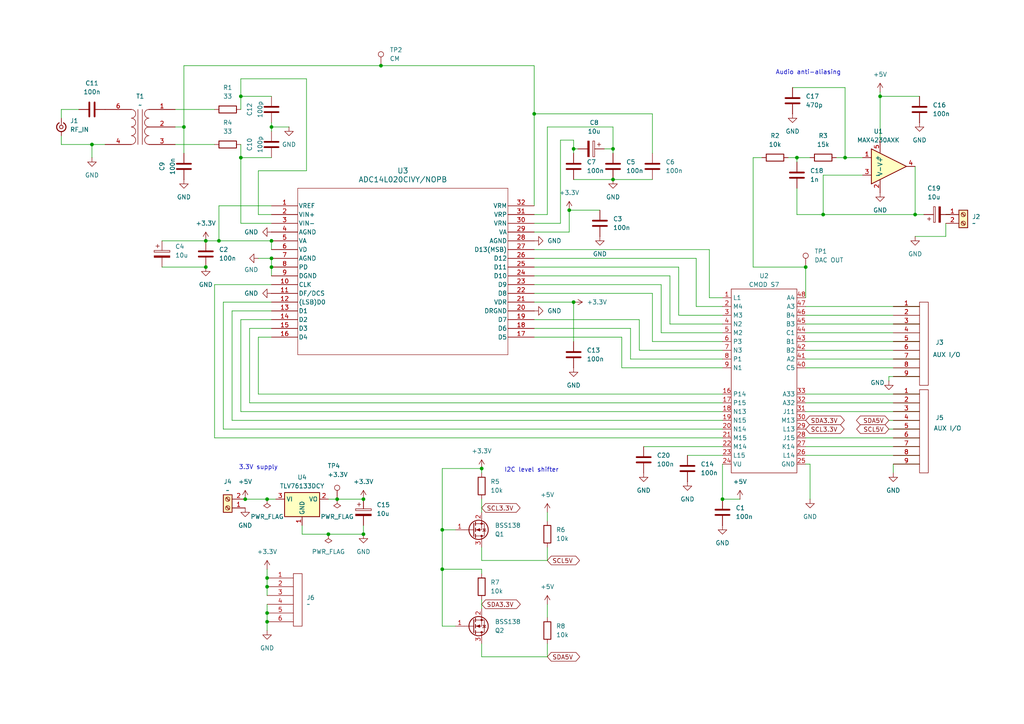
<source format=kicad_sch>
(kicad_sch (version 20231120) (generator "eeschema") (generator_version "8.0")
  (paper "A4")
  (lib_symbols
    (symbol "Connector:Conn_Coaxial_Small" (pin_numbers hide) (pin_names (offset 1.016) hide)
      (property "Reference" "J" (at 0.254 3.048 0))
      (property "Value" "Conn_Coaxial_Small" (at 0 -3.81 0))
      (symbol "Conn_Coaxial_Small_0_1"
        (polyline (pts (xy -2.54 0) (xy -0.508 0)))
        (circle (center 0 0) (radius 0.508) (stroke (width 0.2032)))
      )
      (symbol "Conn_Coaxial_Small_1_1"
        (arc (start -1.1916 -0.6311) (mid 0.327 -1.3081) (end 1.3484 0.0039) (stroke (width 0.3048)))
        (arc (start 1.3484 -0.0039) (mid 0.327 1.3081) (end -1.1916 0.6311) (stroke (width 0.3048)))
        (pin passive line (at -2.54 0 0) (length 1.27) (name "In") (number "1"))
        (pin passive line (at 2.54 0 180) (length 1.27) (name "Ext") (number "2"))
      )
    )
    (symbol "Connector:Screw_Terminal_01x02" (pin_names (offset 1.016) hide)
      (property "Reference" "J" (at 0 2.54 0))
      (property "Value" "Screw_Terminal_01x02" (at 0 -5.08 0))
      (symbol "Screw_Terminal_01x02_1_1"
        (rectangle (start -1.27 1.27) (end 1.27 -3.81) (stroke (width 0.254)) (fill (type background)))
        (circle (center 0 -2.54) (radius 0.635) (stroke (width 0.1524)))
        (polyline (pts (xy -0.5334 -2.2098) (xy 0.3302 -3.048)) (stroke (width 0.1524)))
        (polyline (pts (xy -0.5334 0.3302) (xy 0.3302 -0.508)) (stroke (width 0.1524)))
        (polyline (pts (xy -0.3556 -2.032) (xy 0.508 -2.8702)) (stroke (width 0.1524)))
        (polyline (pts (xy -0.3556 0.508) (xy 0.508 -0.3302)) (stroke (width 0.1524)))
        (circle (center 0 0) (radius 0.635) (stroke (width 0.1524)))
        (pin passive line (at -5.08 0 0) (length 3.81) (name "Pin_1") (number "1"))
        (pin passive line (at -5.08 -2.54 0) (length 3.81) (name "Pin_2") (number "2"))
      )
    )
    (symbol "Connector:TestPoint" (pin_numbers hide) (pin_names (offset 0.762) hide)
      (property "Reference" "TP" (at 0 6.858 0))
      (property "Value" "TestPoint" (at 0 5.08 0))
      (symbol "TestPoint_0_1"
        (circle (center 0 3.302) (radius 0.762))
      )
      (symbol "TestPoint_1_1"
        (pin passive line (at 0 0 90) (length 2.54) (name "1") (number "1"))
      )
    )
    (symbol "Custom_Symbols:ADC14L020CIVY_NOPB" (pin_names (offset 0.254))
      (property "Reference" "U" (at 38.1 10.16 0))
      (property "Value" "ADC14L020CIVY/NOPB" (at 38.1 7.62 0))
      (symbol "ADC14L020CIVY_NOPB_0_1"
        (polyline (pts (xy 7.62 -43.18) (xy 68.58 -43.18)) (stroke (width 0.127)))
        (polyline (pts (xy 7.62 5.08) (xy 7.62 -43.18)) (stroke (width 0.127)))
        (polyline (pts (xy 68.58 -43.18) (xy 68.58 5.08)) (stroke (width 0.127)))
        (polyline (pts (xy 68.58 5.08) (xy 7.62 5.08)) (stroke (width 0.127)))
        (pin passive line (at 0 0 0) (length 7.62) (name "VREF") (number "1"))
        (pin passive line (at 0 -22.86 0) (length 7.62) (name "CLK") (number "10"))
        (pin passive line (at 0 -25.4 0) (length 7.62) (name "DF/DCS") (number "11"))
        (pin passive line (at 0 -27.94 0) (length 7.62) (name "(LSB)D0") (number "12"))
        (pin output line (at 0 -30.48 0) (length 7.62) (name "D1") (number "13"))
        (pin output line (at 0 -33.02 0) (length 7.62) (name "D2") (number "14"))
        (pin output line (at 0 -35.56 0) (length 7.62) (name "D3") (number "15"))
        (pin output line (at 0 -38.1 0) (length 7.62) (name "D4") (number "16"))
        (pin output line (at 76.2 -38.1 180) (length 7.62) (name "D5") (number "17"))
        (pin output line (at 76.2 -35.56 180) (length 7.62) (name "D6") (number "18"))
        (pin output line (at 76.2 -33.02 180) (length 7.62) (name "D7") (number "19"))
        (pin input line (at 0 -2.54 0) (length 7.62) (name "VIN+") (number "2"))
        (pin passive line (at 76.2 -30.48 180) (length 7.62) (name "DRGND") (number "20"))
        (pin passive line (at 76.2 -27.94 180) (length 7.62) (name "VDR") (number "21"))
        (pin output line (at 76.2 -25.4 180) (length 7.62) (name "D8") (number "22"))
        (pin output line (at 76.2 -22.86 180) (length 7.62) (name "D9") (number "23"))
        (pin output line (at 76.2 -20.32 180) (length 7.62) (name "D10") (number "24"))
        (pin output line (at 76.2 -17.78 180) (length 7.62) (name "D11") (number "25"))
        (pin output line (at 76.2 -15.24 180) (length 7.62) (name "D12") (number "26"))
        (pin output line (at 76.2 -12.7 180) (length 7.62) (name "D13(MSB)") (number "27"))
        (pin passive line (at 76.2 -10.16 180) (length 7.62) (name "AGND") (number "28"))
        (pin passive line (at 76.2 -7.62 180) (length 7.62) (name "VA") (number "29"))
        (pin input line (at 0 -5.08 0) (length 7.62) (name "VIN-") (number "3"))
        (pin passive line (at 76.2 -5.08 180) (length 7.62) (name "VRN") (number "30"))
        (pin passive line (at 76.2 -2.54 180) (length 7.62) (name "VRP") (number "31"))
        (pin passive line (at 76.2 0 180) (length 7.62) (name "VRM") (number "32"))
        (pin passive line (at 0 -7.62 0) (length 7.62) (name "AGND") (number "4"))
        (pin passive line (at 0 -10.16 0) (length 7.62) (name "VA") (number "5"))
        (pin passive line (at 0 -12.7 0) (length 7.62) (name "VD") (number "6"))
        (pin passive line (at 0 -15.24 0) (length 7.62) (name "AGND") (number "7"))
        (pin passive line (at 0 -17.78 0) (length 7.62) (name "PD") (number "8"))
        (pin passive line (at 0 -20.32 0) (length 7.62) (name "DGND") (number "9"))
      )
    )
    (symbol "Custom_Symbols:CMod_S7"
      (property "Reference" "U" (at 0 0 0))
      (property "Value" "CMOD S7" (at -0.254 25.4 0))
      (symbol "CMod_S7_0_1"
        (rectangle (start -10.16 24.13) (end 8.89 -29.21))
      )
      (symbol "CMod_S7_1_1"
        (pin bidirectional line (at -12.7 21.59 0) (length 2.54) (name "L1") (number "1"))
        (pin bidirectional line (at -12.7 -6.35 0) (length 2.54) (name "P14") (number "16"))
        (pin bidirectional line (at -12.7 -8.89 0) (length 2.54) (name "P15") (number "17"))
        (pin bidirectional line (at -12.7 -11.43 0) (length 2.54) (name "N13") (number "18"))
        (pin bidirectional line (at -12.7 -13.97 0) (length 2.54) (name "N15") (number "19"))
        (pin bidirectional line (at -12.7 19.05 0) (length 2.54) (name "M4") (number "2"))
        (pin bidirectional line (at -12.7 -16.51 0) (length 2.54) (name "N14") (number "20"))
        (pin bidirectional line (at -12.7 -19.05 0) (length 2.54) (name "M15") (number "21"))
        (pin bidirectional line (at -12.7 -21.59 0) (length 2.54) (name "M14") (number "22"))
        (pin bidirectional line (at -12.7 -24.13 0) (length 2.54) (name "L15") (number "23"))
        (pin input line (at -12.7 -26.67 0) (length 2.54) (name "VU") (number "24"))
        (pin input line (at 11.43 -26.67 180) (length 2.54) (name "GND") (number "25"))
        (pin bidirectional line (at 11.43 -24.13 180) (length 2.54) (name "L14") (number "26"))
        (pin bidirectional line (at 11.43 -21.59 180) (length 2.54) (name "K14") (number "27"))
        (pin bidirectional line (at 11.43 -19.05 180) (length 2.54) (name "J15") (number "28"))
        (pin bidirectional line (at 11.43 -16.51 180) (length 2.54) (name "L13") (number "29"))
        (pin bidirectional line (at -12.7 16.51 0) (length 2.54) (name "M3") (number "3"))
        (pin bidirectional line (at 11.43 -13.97 180) (length 2.54) (name "M13") (number "30"))
        (pin bidirectional line (at 11.43 -11.43 180) (length 2.54) (name "J11") (number "31"))
        (pin bidirectional line (at 11.43 -8.89 180) (length 2.54) (name "A32") (number "32"))
        (pin bidirectional line (at 11.43 -6.35 180) (length 2.54) (name "A33") (number "33"))
        (pin bidirectional line (at -12.7 13.97 0) (length 2.54) (name "N2") (number "4"))
        (pin bidirectional line (at 11.43 1.27 180) (length 2.54) (name "C5") (number "40"))
        (pin bidirectional line (at 11.43 3.81 180) (length 2.54) (name "A2") (number "41"))
        (pin bidirectional line (at 11.43 6.35 180) (length 2.54) (name "B2") (number "42"))
        (pin bidirectional line (at 11.43 8.89 180) (length 2.54) (name "B1") (number "43"))
        (pin bidirectional line (at 11.43 11.43 180) (length 2.54) (name "C1") (number "44"))
        (pin bidirectional line (at 11.43 13.97 180) (length 2.54) (name "B3") (number "45"))
        (pin bidirectional line (at 11.43 16.51 180) (length 2.54) (name "B4") (number "46"))
        (pin bidirectional line (at 11.43 19.05 180) (length 2.54) (name "A3") (number "47"))
        (pin bidirectional line (at 11.43 21.59 180) (length 2.54) (name "A4") (number "48"))
        (pin bidirectional line (at -12.7 11.43 0) (length 2.54) (name "M2") (number "5"))
        (pin bidirectional line (at -12.7 8.89 0) (length 2.54) (name "P3") (number "6"))
        (pin bidirectional line (at -12.7 6.35 0) (length 2.54) (name "N3") (number "7"))
        (pin bidirectional line (at -12.7 3.81 0) (length 2.54) (name "P1") (number "8"))
        (pin bidirectional line (at -12.7 1.27 0) (length 2.54) (name "N1") (number "9"))
      )
    )
    (symbol "Custom_Symbols:Header6"
      (property "Reference" "J" (at 0 0 0))
      (symbol "Header6_0_1"
        (rectangle (start -1.27 6.35) (end 1.27 -8.89))
      )
      (symbol "Header6_1_1"
        (pin passive line (at -8.89 5.08 0) (length 7.62) (name "") (number "1"))
        (pin passive line (at -8.89 2.54 0) (length 7.62) (name "") (number "2"))
        (pin passive line (at -8.89 0 0) (length 7.62) (name "") (number "3"))
        (pin passive line (at -8.89 -2.54 0) (length 7.62) (name "") (number "4"))
        (pin passive line (at -8.89 -5.08 0) (length 7.62) (name "") (number "5"))
        (pin passive line (at -8.89 -7.62 0) (length 7.62) (name "") (number "6"))
      )
    )
    (symbol "Custom_Symbols:Header7"
      (property "Reference" "J" (at 0 0 0))
      (symbol "Header7_0_1"
        (rectangle (start -1.27 6.35) (end 1.27 -17.78))
      )
      (symbol "Header7_1_1"
        (pin passive line (at -1.27 5.08 180) (length 7.62) (name "") (number "1"))
        (pin passive line (at -1.27 2.54 180) (length 7.62) (name "") (number "2"))
        (pin passive line (at -1.27 0 180) (length 7.62) (name "") (number "3"))
        (pin passive line (at -1.27 -2.54 180) (length 7.62) (name "") (number "4"))
        (pin passive line (at -1.27 -5.08 180) (length 7.62) (name "") (number "5"))
        (pin passive line (at -1.27 -7.62 180) (length 7.62) (name "") (number "6"))
        (pin passive line (at -1.27 -10.16 180) (length 7.62) (name "") (number "7"))
        (pin passive line (at -1.27 -12.7 180) (length 7.62) (name "") (number "8"))
        (pin passive line (at -1.27 -15.24 180) (length 7.62) (name "") (number "9"))
      )
    )
    (symbol "Custom_Symbols:MiniCircuits_TC1-1TG2+"
      (property "Reference" "T" (at 0 7.62 0))
      (symbol "MiniCircuits_TC1-1TG2+_0_1"
        (arc (start -2.54 -5.0546) (mid -1.6599 -4.6901) (end -1.27 -3.81))
        (arc (start -2.54 -2.5146) (mid -1.6599 -2.1501) (end -1.27 -1.27))
        (arc (start -2.54 0.0254) (mid -1.6599 0.3899) (end -1.27 1.27))
        (arc (start -2.54 2.5654) (mid -1.6599 2.9299) (end -1.27 3.81))
        (arc (start -1.27 -3.81) (mid -1.642 -2.912) (end -2.54 -2.54))
        (arc (start -1.27 -1.27) (mid -1.642 -0.372) (end -2.54 0))
        (arc (start -1.27 1.27) (mid -1.642 2.168) (end -2.54 2.54))
        (arc (start -1.27 3.81) (mid -1.642 4.708) (end -2.54 5.08))
        (polyline (pts (xy -0.635 5.08) (xy -0.635 -5.08)))
        (polyline (pts (xy 0.635 -5.08) (xy 0.635 5.08)))
        (arc (start 1.2954 -1.27) (mid 1.6599 -2.1501) (end 2.54 -2.5146))
        (arc (start 1.2954 1.27) (mid 1.6599 0.3899) (end 2.54 0.0254))
        (arc (start 1.2954 3.81) (mid 1.6599 2.9299) (end 2.54 2.5654))
        (arc (start 1.3208 -3.81) (mid 1.6853 -4.6901) (end 2.5654 -5.0546))
        (arc (start 2.54 0) (mid 1.642 -0.372) (end 1.2954 -1.27))
        (arc (start 2.54 2.54) (mid 1.642 2.168) (end 1.2954 1.27))
        (arc (start 2.54 5.08) (mid 1.642 4.708) (end 1.2954 3.81))
        (arc (start 2.5654 -2.54) (mid 1.6674 -2.912) (end 1.3208 -3.81))
      )
      (symbol "MiniCircuits_TC1-1TG2+_1_1"
        (pin passive line (at 10.16 5.08 180) (length 7.62) (name "") (number "1"))
        (pin passive line (at 10.16 0 180) (length 7.62) (name "") (number "2"))
        (pin passive line (at 10.16 -5.08 180) (length 7.62) (name "") (number "3"))
        (pin passive line (at -10.16 -5.08 0) (length 7.62) (name "") (number "4"))
        (pin passive line (at -10.16 5.08 0) (length 7.62) (name "") (number "6"))
      )
    )
    (symbol "Device:C" (pin_numbers hide) (pin_names (offset 0.254))
      (property "Reference" "C" (at 0.635 2.54 0))
      (property "Value" "C" (at 0.635 -2.54 0))
      (symbol "C_0_1"
        (polyline (pts (xy -2.032 -0.762) (xy 2.032 -0.762)) (stroke (width 0.508)))
        (polyline (pts (xy -2.032 0.762) (xy 2.032 0.762)) (stroke (width 0.508)))
      )
      (symbol "C_1_1"
        (pin passive line (at 0 3.81 270) (length 2.794) (name "~") (number "1"))
        (pin passive line (at 0 -3.81 90) (length 2.794) (name "~") (number "2"))
      )
    )
    (symbol "Device:C_Polarized" (pin_numbers hide) (pin_names (offset 0.254))
      (property "Reference" "C" (at 0.635 2.54 0))
      (property "Value" "C_Polarized" (at 0.635 -2.54 0))
      (symbol "C_Polarized_0_1"
        (rectangle (start -2.286 0.508) (end 2.286 1.016))
        (polyline (pts (xy -1.778 2.286) (xy -0.762 2.286)))
        (polyline (pts (xy -1.27 2.794) (xy -1.27 1.778)))
        (rectangle (start 2.286 -0.508) (end -2.286 -1.016) (fill (type outline)))
      )
      (symbol "C_Polarized_1_1"
        (pin passive line (at 0 3.81 270) (length 2.794) (name "~") (number "1"))
        (pin passive line (at 0 -3.81 90) (length 2.794) (name "~") (number "2"))
      )
    )
    (symbol "Device:R" (pin_numbers hide) (pin_names (offset 0))
      (property "Reference" "R" (at 2.032 0 90))
      (property "Value" "R" (at 0 0 90))
      (symbol "R_0_1"
        (rectangle (start -1.016 -2.54) (end 1.016 2.54) (stroke (width 0.254)))
      )
      (symbol "R_1_1"
        (pin passive line (at 0 3.81 270) (length 1.27) (name "~") (number "1"))
        (pin passive line (at 0 -3.81 90) (length 1.27) (name "~") (number "2"))
      )
    )
    (symbol "Header7_1"
      (property "Reference" "J" (at 0 0 0))
      (symbol "Header7_1_0_1"
        (rectangle (start -1.27 6.35) (end 1.27 -17.78))
      )
      (symbol "Header7_1_1_1"
        (pin passive line (at -1.27 5.08 180) (length 7.62) (name "") (number "1"))
        (pin passive line (at -1.27 2.54 180) (length 7.62) (name "") (number "2"))
        (pin passive line (at -1.27 0 180) (length 7.62) (name "") (number "3"))
        (pin passive line (at -1.27 -2.54 180) (length 7.62) (name "") (number "4"))
        (pin passive line (at -1.27 -5.08 180) (length 7.62) (name "") (number "5"))
        (pin passive line (at -1.27 -7.62 180) (length 7.62) (name "") (number "6"))
        (pin passive line (at -1.27 -10.16 180) (length 7.62) (name "") (number "7"))
        (pin passive line (at -1.27 -12.7 180) (length 7.62) (name "") (number "8"))
        (pin passive line (at -1.27 -15.24 180) (length 7.62) (name "") (number "9"))
      )
    )
    (symbol "MAX4230AXK:MAX4230AXK" (pin_names (offset 1.016))
      (property "Reference" "U" (at -8.382 9.144 0))
      (property "Value" "MAX4230AXK" (at -12.7 -10.668 0))
      (symbol "MAX4230AXK_0_1"
        (polyline (pts (xy 2.54 0) (xy -7.62 5.08) (xy -7.62 -5.08) (xy 2.54 0)) (stroke (width 0.254)) (fill (type background)))
      )
      (symbol "MAX4230AXK_1_1"
        (pin input line (at -10.16 2.54 0) (length 2.54) (name "+") (number "1"))
        (pin power_in line (at -5.08 -7.62 90) (length 3.81) (name "V-") (number "2"))
        (pin input line (at -10.16 -2.54 0) (length 2.54) (name "-") (number "3"))
        (pin output line (at 5.08 0 180) (length 2.54) (name "~") (number "4"))
        (pin power_in line (at -5.08 7.62 270) (length 3.81) (name "V+") (number "5"))
      )
    )
    (symbol "Regulator_Linear:TLV76133DCY"
      (property "Reference" "U" (at -7.62 6.35 0))
      (property "Value" "TLV76133DCY" (at -1.27 6.35 0))
      (symbol "TLV76133DCY_0_1"
        (rectangle (start -5.08 -5.08) (end 5.08 1.905) (stroke (width 0.254)) (fill (type background)))
      )
      (symbol "TLV76133DCY_1_1"
        (pin power_in line (at 0 -7.62 90) (length 2.54) (name "GND") (number "1"))
        (pin power_out line (at 7.62 0 180) (length 2.54) (name "VO") (number "2"))
        (pin power_in line (at -7.62 0 0) (length 2.54) (name "VI") (number "3"))
      )
    )
    (symbol "Transistor_FET:BSS138" (pin_names hide)
      (property "Reference" "Q" (at 5.08 1.905 0))
      (property "Value" "BSS138" (at 5.08 0 0))
      (symbol "BSS138_0_1"
        (polyline (pts (xy 0.254 0) (xy -2.54 0)))
        (polyline (pts (xy 0.254 1.905) (xy 0.254 -1.905)) (stroke (width 0.254)))
        (polyline (pts (xy 0.762 -1.27) (xy 0.762 -2.286)) (stroke (width 0.254)))
        (polyline (pts (xy 0.762 0.508) (xy 0.762 -0.508)) (stroke (width 0.254)))
        (polyline (pts (xy 0.762 2.286) (xy 0.762 1.27)) (stroke (width 0.254)))
        (polyline (pts (xy 2.54 2.54) (xy 2.54 1.778)))
        (polyline (pts (xy 2.54 -2.54) (xy 2.54 0) (xy 0.762 0)))
        (polyline (pts (xy 0.762 -1.778) (xy 3.302 -1.778) (xy 3.302 1.778) (xy 0.762 1.778)))
        (polyline (pts (xy 1.016 0) (xy 2.032 0.381) (xy 2.032 -0.381) (xy 1.016 0)) (fill (type outline)))
        (polyline (pts (xy 2.794 0.508) (xy 2.921 0.381) (xy 3.683 0.381) (xy 3.81 0.254)))
        (polyline (pts (xy 3.302 0.381) (xy 2.921 -0.254) (xy 3.683 -0.254) (xy 3.302 0.381)))
        (circle (center 1.651 0) (radius 2.794) (stroke (width 0.254)))
        (circle (center 2.54 -1.778) (radius 0.254) (fill (type outline)))
        (circle (center 2.54 1.778) (radius 0.254) (fill (type outline)))
      )
      (symbol "BSS138_1_1"
        (pin input line (at -5.08 0 0) (length 2.54) (name "G") (number "1"))
        (pin passive line (at 2.54 -5.08 90) (length 2.54) (name "S") (number "2"))
        (pin passive line (at 2.54 5.08 270) (length 2.54) (name "D") (number "3"))
      )
    )
    (symbol "power:+3.3V" (power) (pin_numbers hide) (pin_names (offset 0) hide)
      (property "Value" "+3.3V" (at 0 3.556 0))
      (symbol "+3.3V_0_1"
        (polyline (pts (xy -0.762 1.27) (xy 0 2.54)))
        (polyline (pts (xy 0 0) (xy 0 2.54)))
        (polyline (pts (xy 0 2.54) (xy 0.762 1.27)))
      )
      (symbol "+3.3V_1_1"
        (pin power_in line (at 0 0 90) (length 0) (name "~") (number "1"))
      )
    )
    (symbol "power:+5V" (power) (pin_numbers hide) (pin_names (offset 0) hide)
      (property "Value" "+5V" (at 0 3.556 0))
      (symbol "+5V_0_1"
        (polyline (pts (xy -0.762 1.27) (xy 0 2.54)))
        (polyline (pts (xy 0 0) (xy 0 2.54)))
        (polyline (pts (xy 0 2.54) (xy 0.762 1.27)))
      )
      (symbol "+5V_1_1"
        (pin power_in line (at 0 0 90) (length 0) (name "~") (number "1"))
      )
    )
    (symbol "power:GND" (power) (pin_numbers hide) (pin_names (offset 0) hide)
      (property "Value" "GND" (at 0 -3.81 0))
      (symbol "GND_0_1"
        (polyline (pts (xy 0 0) (xy 0 -1.27) (xy 1.27 -1.27) (xy 0 -2.54) (xy -1.27 -1.27) (xy 0 -1.27)))
      )
      (symbol "GND_1_1"
        (pin power_in line (at 0 0 270) (length 0) (name "~") (number "1"))
      )
    )
    (symbol "power:PWR_FLAG" (power) (pin_numbers hide) (pin_names (offset 0) hide)
      (property "Value" "PWR_FLAG" (at 0 3.81 0))
      (symbol "PWR_FLAG_0_0"
        (pin power_out line (at 0 0 90) (length 0) (name "~") (number "1"))
      )
      (symbol "PWR_FLAG_0_1"
        (polyline (pts (xy 0 0) (xy 0 1.27) (xy -1.016 1.905) (xy 0 2.54) (xy 1.016 1.905) (xy 0 1.27)))
      )
    )
  )
  (junction (at 139.7 135.89))
  (junction (at 77.47 177.8))
  (junction (at 95.25 154.94))
  (junction (at 265.43 62.23))
  (junction (at 245.11 45.72))
  (junction (at 59.69 69.85))
  (junction (at 77.47 180.34))
  (junction (at 78.74 36.83))
  (junction (at 63.5 69.85))
  (junction (at 78.74 74.93))
  (junction (at 77.47 144.78))
  (junction (at 128.27 165.1))
  (junction (at 78.74 77.47))
  (junction (at 165.1 60.96))
  (junction (at 233.68 77.47))
  (junction (at 166.37 43.18))
  (junction (at 110.49 19.05))
  (junction (at 77.47 170.18))
  (junction (at 209.55 144.78))
  (junction (at 105.41 154.94))
  (junction (at 231.14 45.72))
  (junction (at 78.74 69.85))
  (junction (at 69.85 27.94))
  (junction (at 71.12 144.78))
  (junction (at 154.94 33.02))
  (junction (at 238.76 62.23))
  (junction (at 166.37 87.63))
  (junction (at 97.79 144.78))
  (junction (at 69.85 45.72))
  (junction (at 77.47 167.64))
  (junction (at 53.34 36.83))
  (junction (at 105.41 144.78))
  (junction (at 128.27 153.67))
  (junction (at 255.27 27.94))
  (junction (at 177.8 43.18))
  (junction (at 26.67 41.91))
  (junction (at 59.69 77.47))
  (junction (at 177.8 52.07))
  (wire (pts (xy 154.94 82.55) (xy 191.77 82.55)))
  (wire (pts (xy 257.81 124.46) (xy 266.7 124.46)))
  (wire (pts (xy 259.08 134.62) (xy 266.7 134.62)))
  (wire (pts (xy 189.23 99.06) (xy 209.55 99.06)))
  (wire (pts (xy 257.81 109.22) (xy 266.7 109.22)))
  (wire (pts (xy 78.74 64.77) (xy 69.85 64.77)))
  (wire (pts (xy 128.27 165.1) (xy 128.27 181.61)))
  (wire (pts (xy 72.39 116.84) (xy 209.55 116.84)))
  (wire (pts (xy 196.85 77.47) (xy 196.85 91.44)))
  (wire (pts (xy 74.93 114.3) (xy 209.55 114.3)))
  (wire (pts (xy 154.94 33.02) (xy 154.94 59.69)))
  (wire (pts (xy 158.75 158.75) (xy 158.75 162.56)))
  (wire (pts (xy 26.67 41.91) (xy 26.67 45.72)))
  (wire (pts (xy 265.43 48.26) (xy 265.43 62.23)))
  (wire (pts (xy 64.77 124.46) (xy 209.55 124.46)))
  (wire (pts (xy 166.37 52.07) (xy 177.8 52.07)))
  (wire (pts (xy 50.8 41.91) (xy 62.23 41.91)))
  (wire (pts (xy 64.77 124.46) (xy 64.77 87.63)))
  (wire (pts (xy 154.94 72.39) (xy 205.74 72.39)))
  (wire (pts (xy 274.32 68.58) (xy 265.43 68.58)))
  (wire (pts (xy 233.68 114.3) (xy 266.7 114.3)))
  (wire (pts (xy 53.34 19.05) (xy 53.34 36.83)))
  (wire (pts (xy 154.94 77.47) (xy 196.85 77.47)))
  (wire (pts (xy 154.94 62.23) (xy 158.75 62.23)))
  (wire (pts (xy 105.41 154.94) (xy 105.41 152.4)))
  (wire (pts (xy 233.68 96.52) (xy 266.7 96.52)))
  (wire (pts (xy 78.74 77.47) (xy 78.74 80.01)))
  (wire (pts (xy 74.93 62.23) (xy 78.74 62.23)))
  (wire (pts (xy 267.97 62.23) (xy 265.43 62.23)))
  (wire (pts (xy 71.12 144.78) (xy 77.47 144.78)))
  (wire (pts (xy 218.44 77.47) (xy 233.68 77.47)))
  (wire (pts (xy 191.77 82.55) (xy 191.77 96.52)))
  (wire (pts (xy 154.94 80.01) (xy 194.31 80.01)))
  (wire (pts (xy 139.7 173.99) (xy 139.7 176.53)))
  (wire (pts (xy 78.74 74.93) (xy 78.74 77.47)))
  (wire (pts (xy 77.47 167.64) (xy 77.47 170.18)))
  (wire (pts (xy 199.39 132.08) (xy 209.55 132.08)))
  (wire (pts (xy 233.68 119.38) (xy 266.7 119.38)))
  (wire (pts (xy 233.68 77.47) (xy 233.68 86.36)))
  (wire (pts (xy 194.31 93.98) (xy 209.55 93.98)))
  (wire (pts (xy 189.23 85.09) (xy 189.23 99.06)))
  (wire (pts (xy 77.47 170.18) (xy 77.47 172.72)))
  (wire (pts (xy 139.7 186.69) (xy 139.7 190.5)))
  (wire (pts (xy 233.68 116.84) (xy 266.7 116.84)))
  (wire (pts (xy 128.27 153.67) (xy 128.27 165.1)))
  (wire (pts (xy 69.85 119.38) (xy 209.55 119.38)))
  (wire (pts (xy 67.31 121.92) (xy 67.31 90.17)))
  (wire (pts (xy 67.31 121.92) (xy 209.55 121.92)))
  (wire (pts (xy 67.31 90.17) (xy 78.74 90.17)))
  (wire (pts (xy 77.47 180.34) (xy 77.47 182.88)))
  (wire (pts (xy 255.27 27.94) (xy 266.7 27.94)))
  (wire (pts (xy 53.34 44.45) (xy 53.34 36.83)))
  (wire (pts (xy 233.68 88.9) (xy 266.7 88.9)))
  (wire (pts (xy 238.76 50.8) (xy 250.19 50.8)))
  (wire (pts (xy 78.74 36.83) (xy 78.74 38.1)))
  (wire (pts (xy 233.68 91.44) (xy 266.7 91.44)))
  (wire (pts (xy 189.23 33.02) (xy 189.23 44.45)))
  (wire (pts (xy 154.94 33.02) (xy 189.23 33.02)))
  (wire (pts (xy 185.42 101.6) (xy 209.55 101.6)))
  (wire (pts (xy 186.69 129.54) (xy 209.55 129.54)))
  (wire (pts (xy 74.93 114.3) (xy 74.93 97.79)))
  (wire (pts (xy 78.74 36.83) (xy 83.82 36.83)))
  (wire (pts (xy 274.32 62.23) (xy 275.59 62.23)))
  (wire (pts (xy 154.94 87.63) (xy 166.37 87.63)))
  (wire (pts (xy 69.85 31.75) (xy 69.85 27.94)))
  (wire (pts (xy 139.7 190.5) (xy 158.75 190.5)))
  (wire (pts (xy 234.95 144.78) (xy 234.95 134.62)))
  (wire (pts (xy 128.27 153.67) (xy 128.27 135.89)))
  (wire (pts (xy 158.75 186.69) (xy 158.75 190.5)))
  (wire (pts (xy 158.75 62.23) (xy 158.75 36.83)))
  (wire (pts (xy 74.93 97.79) (xy 78.74 97.79)))
  (wire (pts (xy 46.99 77.47) (xy 59.69 77.47)))
  (wire (pts (xy 196.85 91.44) (xy 209.55 91.44)))
  (wire (pts (xy 245.11 45.72) (xy 245.11 25.4)))
  (wire (pts (xy 201.93 88.9) (xy 209.55 88.9)))
  (wire (pts (xy 158.75 148.59) (xy 158.75 151.13)))
  (wire (pts (xy 245.11 45.72) (xy 242.57 45.72)))
  (wire (pts (xy 209.55 144.78) (xy 214.63 144.78)))
  (wire (pts (xy 30.48 41.91) (xy 26.67 41.91)))
  (wire (pts (xy 69.85 22.86) (xy 69.85 27.94)))
  (wire (pts (xy 177.8 43.18) (xy 177.8 44.45)))
  (wire (pts (xy 63.5 59.69) (xy 63.5 69.85)))
  (wire (pts (xy 139.7 158.75) (xy 139.7 162.56)))
  (wire (pts (xy 180.34 106.68) (xy 209.55 106.68)))
  (wire (pts (xy 132.08 153.67) (xy 128.27 153.67)))
  (wire (pts (xy 77.47 165.1) (xy 77.47 167.64)))
  (wire (pts (xy 191.77 96.52) (xy 209.55 96.52)))
  (wire (pts (xy 255.27 26.67) (xy 255.27 27.94)))
  (wire (pts (xy 69.85 119.38) (xy 69.85 92.71)))
  (wire (pts (xy 231.14 62.23) (xy 238.76 62.23)))
  (wire (pts (xy 166.37 43.18) (xy 167.64 43.18)))
  (wire (pts (xy 257.81 110.49) (xy 257.81 109.22)))
  (wire (pts (xy 231.14 54.61) (xy 231.14 62.23)))
  (wire (pts (xy 205.74 86.36) (xy 209.55 86.36)))
  (wire (pts (xy 97.79 144.78) (xy 105.41 144.78)))
  (wire (pts (xy 185.42 92.71) (xy 185.42 101.6)))
  (wire (pts (xy 166.37 40.64) (xy 166.37 43.18)))
  (wire (pts (xy 50.8 36.83) (xy 53.34 36.83)))
  (wire (pts (xy 233.68 99.06) (xy 266.7 99.06)))
  (wire (pts (xy 220.98 45.72) (xy 218.44 45.72)))
  (wire (pts (xy 238.76 62.23) (xy 238.76 50.8)))
  (wire (pts (xy 180.34 97.79) (xy 180.34 106.68)))
  (wire (pts (xy 255.27 27.94) (xy 255.27 40.64)))
  (wire (pts (xy 95.25 154.94) (xy 105.41 154.94)))
  (wire (pts (xy 229.87 25.4) (xy 245.11 25.4)))
  (wire (pts (xy 166.37 43.18) (xy 166.37 44.45)))
  (wire (pts (xy 233.68 106.68) (xy 266.7 106.68)))
  (wire (pts (xy 162.56 64.77) (xy 162.56 40.64)))
  (wire (pts (xy 74.93 49.53) (xy 74.93 62.23)))
  (wire (pts (xy 259.08 137.16) (xy 259.08 134.62)))
  (wire (pts (xy 154.94 97.79) (xy 180.34 97.79)))
  (wire (pts (xy 165.1 60.96) (xy 173.99 60.96)))
  (wire (pts (xy 62.23 127) (xy 209.55 127)))
  (wire (pts (xy 177.8 36.83) (xy 177.8 43.18)))
  (wire (pts (xy 182.88 95.25) (xy 182.88 104.14)))
  (wire (pts (xy 77.47 177.8) (xy 77.47 180.34)))
  (wire (pts (xy 64.77 87.63) (xy 78.74 87.63)))
  (wire (pts (xy 154.94 92.71) (xy 185.42 92.71)))
  (wire (pts (xy 209.55 134.62) (xy 209.55 144.78)))
  (wire (pts (xy 88.9 22.86) (xy 69.85 22.86)))
  (wire (pts (xy 87.63 152.4) (xy 87.63 154.94)))
  (wire (pts (xy 166.37 87.63) (xy 166.37 99.06)))
  (wire (pts (xy 72.39 95.25) (xy 78.74 95.25)))
  (wire (pts (xy 17.78 31.75) (xy 22.86 31.75)))
  (wire (pts (xy 69.85 27.94) (xy 78.74 27.94)))
  (wire (pts (xy 250.19 45.72) (xy 245.11 45.72)))
  (wire (pts (xy 175.26 43.18) (xy 177.8 43.18)))
  (wire (pts (xy 218.44 45.72) (xy 218.44 77.47)))
  (wire (pts (xy 77.47 144.78) (xy 80.01 144.78)))
  (wire (pts (xy 59.69 69.85) (xy 63.5 69.85)))
  (wire (pts (xy 88.9 49.53) (xy 88.9 22.86)))
  (wire (pts (xy 69.85 92.71) (xy 78.74 92.71)))
  (wire (pts (xy 177.8 52.07) (xy 189.23 52.07)))
  (wire (pts (xy 231.14 45.72) (xy 231.14 46.99)))
  (wire (pts (xy 46.99 69.85) (xy 59.69 69.85)))
  (wire (pts (xy 128.27 135.89) (xy 139.7 135.89)))
  (wire (pts (xy 231.14 45.72) (xy 234.95 45.72)))
  (wire (pts (xy 95.25 144.78) (xy 97.79 144.78)))
  (wire (pts (xy 201.93 74.93) (xy 201.93 88.9)))
  (wire (pts (xy 69.85 41.91) (xy 69.85 45.72)))
  (wire (pts (xy 78.74 35.56) (xy 78.74 36.83)))
  (wire (pts (xy 154.94 67.31) (xy 165.1 67.31)))
  (wire (pts (xy 139.7 144.78) (xy 139.7 148.59)))
  (wire (pts (xy 154.94 19.05) (xy 154.94 33.02)))
  (wire (pts (xy 194.31 80.01) (xy 194.31 93.98)))
  (wire (pts (xy 139.7 162.56) (xy 158.75 162.56)))
  (wire (pts (xy 233.68 132.08) (xy 266.7 132.08)))
  (wire (pts (xy 154.94 85.09) (xy 189.23 85.09)))
  (wire (pts (xy 110.49 19.05) (xy 154.94 19.05)))
  (wire (pts (xy 182.88 104.14) (xy 209.55 104.14)))
  (wire (pts (xy 139.7 135.89) (xy 139.7 137.16)))
  (wire (pts (xy 154.94 74.93) (xy 201.93 74.93)))
  (wire (pts (xy 158.75 36.83) (xy 177.8 36.83)))
  (wire (pts (xy 128.27 181.61) (xy 132.08 181.61)))
  (wire (pts (xy 233.68 101.6) (xy 266.7 101.6)))
  (wire (pts (xy 139.7 166.37) (xy 139.7 165.1)))
  (wire (pts (xy 233.68 127) (xy 266.7 127)))
  (wire (pts (xy 53.34 19.05) (xy 110.49 19.05)))
  (wire (pts (xy 77.47 175.26) (xy 77.47 177.8)))
  (wire (pts (xy 87.63 154.94) (xy 95.25 154.94)))
  (wire (pts (xy 233.68 93.98) (xy 266.7 93.98)))
  (wire (pts (xy 154.94 64.77) (xy 162.56 64.77)))
  (wire (pts (xy 69.85 45.72) (xy 69.85 64.77)))
  (wire (pts (xy 165.1 67.31) (xy 165.1 60.96)))
  (wire (pts (xy 274.32 68.58) (xy 274.32 64.77)))
  (wire (pts (xy 128.27 165.1) (xy 139.7 165.1)))
  (wire (pts (xy 17.78 41.91) (xy 26.67 41.91)))
  (wire (pts (xy 238.76 62.23) (xy 265.43 62.23)))
  (wire (pts (xy 233.68 129.54) (xy 266.7 129.54)))
  (wire (pts (xy 74.93 74.93) (xy 78.74 74.93)))
  (wire (pts (xy 154.94 95.25) (xy 182.88 95.25)))
  (wire (pts (xy 78.74 69.85) (xy 78.74 72.39)))
  (wire (pts (xy 233.68 104.14) (xy 266.7 104.14)))
  (wire (pts (xy 69.85 45.72) (xy 78.74 45.72)))
  (wire (pts (xy 17.78 39.37) (xy 17.78 41.91)))
  (wire (pts (xy 17.78 34.29) (xy 17.78 31.75)))
  (wire (pts (xy 257.81 121.92) (xy 266.7 121.92)))
  (wire (pts (xy 63.5 69.85) (xy 78.74 69.85)))
  (wire (pts (xy 50.8 31.75) (xy 62.23 31.75)))
  (wire (pts (xy 62.23 82.55) (xy 78.74 82.55)))
  (wire (pts (xy 74.93 49.53) (xy 88.9 49.53)))
  (wire (pts (xy 162.56 40.64) (xy 166.37 40.64)))
  (wire (pts (xy 63.5 59.69) (xy 78.74 59.69)))
  (wire (pts (xy 72.39 116.84) (xy 72.39 95.25)))
  (wire (pts (xy 228.6 45.72) (xy 231.14 45.72)))
  (wire (pts (xy 234.95 134.62) (xy 233.68 134.62)))
  (wire (pts (xy 62.23 127) (xy 62.23 82.55)))
  (wire (pts (xy 158.75 175.26) (xy 158.75 179.07)))
  (wire (pts (xy 205.74 72.39) (xy 205.74 86.36)))
  (text "3.3V supply" (at 74.93 135.636 0) (effects (font (size 1.27 1.27))))
  (text "Audio anti-aliasing" (at 234.442 21.082 0) (effects (font (size 1.27 1.27))))
  (text "I2C level shifter" (at 154.178 136.398 0) (effects (font (size 1.27 1.27))))
  (global_label "SDA5V" (shape tri_state) (at 158.75 190.5 0) (property "Intersheetrefs" "${INTERSHEET_REFS}" (effects (hide yes))))
  (global_label "SCL3.3V" (shape tri_state) (at 139.7 147.32 0) (property "Intersheetrefs" "${INTERSHEET_REFS}" (effects (hide yes))))
  (global_label "SDA5V" (shape tri_state) (at 257.81 121.92 180) (property "Intersheetrefs" "${INTERSHEET_REFS}" (effects (hide yes))))
  (global_label "SCL3.3V" (shape tri_state) (at 233.68 124.46 0) (property "Intersheetrefs" "${INTERSHEET_REFS}" (effects (hide yes))))
  (global_label "SDA3.3V" (shape tri_state) (at 139.7 175.26 0) (property "Intersheetrefs" "${INTERSHEET_REFS}" (effects (hide yes))))
  (global_label "SCL5V" (shape tri_state) (at 158.75 162.56 0) (property "Intersheetrefs" "${INTERSHEET_REFS}" (effects (hide yes))))
  (global_label "SDA3.3V" (shape tri_state) (at 233.68 121.92 0) (property "Intersheetrefs" "${INTERSHEET_REFS}" (effects (hide yes))))
  (global_label "SCL5V" (shape tri_state) (at 257.81 124.46 180) (property "Intersheetrefs" "${INTERSHEET_REFS}" (effects (hide yes))))
  (symbol (lib_id "power:GND") (at 209.55 152.4 0) (unit 1)
    (property "Reference" "#PWR05" (effects (hide yes)))
    (property "Value" "GND" (at 209.55 157.48 0))
    (property "Description" "Power symbol creates a global label with name \"GND\" , ground" (effects (hide yes)))
  )
  (symbol (lib_id "power:GND") (at 78.74 67.31 270) (unit 1)
    (property "Reference" "#PWR01" (effects (hide yes)))
    (property "Value" "GND" (at 74.93 67.3099 90) (effects (justify right)))
    (property "Description" "Power symbol creates a global label with name \"GND\" , ground" (effects (hide yes)))
  )
  (symbol (lib_id "Device:C") (at 173.99 64.77 180) (unit 1)
    (property "Reference" "C3" (at 177.8 63.4999 0) (effects (justify right)))
    (property "Value" "100n" (at 177.8 66.0399 0) (effects (justify right)))
    (property "Footprint" "Capacitor_SMD:C_0603_1608Metric_Pad1.08x0.95mm_HandSolder" (effects (hide yes)))
    (property "Description" "Unpolarized capacitor" (effects (hide yes)))
  )
  (symbol (lib_id "Device:C") (at 231.14 50.8 180) (unit 1)
    (property "Reference" "C18" (at 234.95 49.5299 0) (effects (justify right)))
    (property "Value" "1n" (at 234.95 52.0699 0) (effects (justify right)))
    (property "Footprint" "Capacitor_SMD:C_0603_1608Metric_Pad1.08x0.95mm_HandSolder" (effects (hide yes)))
    (property "Description" "Unpolarized capacitor" (effects (hide yes)))
  )
  (symbol (lib_id "power:GND") (at 177.8 52.07 0) (unit 1)
    (property "Reference" "#PWR06" (effects (hide yes)))
    (property "Value" "GND" (at 177.8 57.15 0))
    (property "Description" "Power symbol creates a global label with name \"GND\" , ground" (effects (hide yes)))
  )
  (symbol (lib_id "power:+3.3V") (at 166.37 87.63 270) (unit 1)
    (property "Reference" "#PWR018" (effects (hide yes)))
    (property "Value" "+3.3V" (at 170.18 87.6299 90) (effects (justify left)))
    (property "Description" "Power symbol creates a global label with name \"+3.3V\"" (effects (hide yes)))
  )
  (symbol (lib_id "power:+5V") (at 214.63 144.78 0) (unit 1)
    (property "Reference" "#PWR03" (effects (hide yes)))
    (property "Value" "+5V" (at 214.63 139.7 0))
    (property "Description" "Power symbol creates a global label with name \"+5V\"" (effects (hide yes)))
  )
  (symbol (lib_id "Device:C") (at 189.23 48.26 180) (unit 1)
    (property "Reference" "C6" (at 193.04 46.9899 0) (effects (justify right)))
    (property "Value" "100n" (at 193.04 49.5299 0) (effects (justify right)))
    (property "Footprint" "Capacitor_SMD:C_0603_1608Metric_Pad1.08x0.95mm_HandSolder" (effects (hide yes)))
    (property "Description" "Unpolarized capacitor" (effects (hide yes)))
  )
  (symbol (lib_id "power:GND") (at 154.94 69.85 90) (unit 1)
    (property "Reference" "#PWR07" (effects (hide yes)))
    (property "Value" "GND" (at 158.75 69.8499 90) (effects (justify right)))
    (property "Description" "Power symbol creates a global label with name \"GND\" , ground" (effects (hide yes)))
  )
  (symbol (lib_name "Header7_1") (lib_id "Custom_Symbols:Header7") (at 267.97 93.98 0) (unit 1)
    (property "Reference" "J3" (at 272.542 99.314 0))
    (property "Value" "AUX I/O" (at 274.574 102.87 0))
    (property "Footprint" "Connector_PinHeader_2.54mm:PinHeader_1x09_P2.54mm_Vertical" (effects (hide yes)))
  )
  (symbol (lib_id "Device:C_Polarized") (at 105.41 148.59 0) (unit 1)
    (property "Reference" "C15" (at 109.22 146.4309 0) (effects (justify left)))
    (property "Value" "10u" (at 109.22 148.9709 0) (effects (justify left)))
    (property "Footprint" "Capacitor_THT:CP_Radial_D4.0mm_P2.00mm" (effects (hide yes)))
    (property "Description" "Polarized capacitor" (effects (hide yes)))
  )
  (symbol (lib_id "power:GND") (at 186.69 137.16 0) (unit 1)
    (property "Reference" "#PWR019" (effects (hide yes)))
    (property "Value" "GND" (at 186.69 142.24 0))
    (property "Description" "Power symbol creates a global label with name \"GND\" , ground" (effects (hide yes)))
  )
  (symbol (lib_id "Device:C") (at 199.39 135.89 0) (unit 1)
    (property "Reference" "C14" (at 203.2 134.6199 0) (effects (justify left)))
    (property "Value" "100n" (at 203.2 137.1599 0) (effects (justify left)))
    (property "Footprint" "Capacitor_SMD:C_0603_1608Metric_Pad1.08x0.95mm_HandSolder" (effects (hide yes)))
    (property "Description" "Unpolarized capacitor" (effects (hide yes)))
  )
  (symbol (lib_id "Custom_Symbols:Header7") (at 267.97 119.38 0) (unit 1)
    (property "Reference" "J5" (at 272.542 121.158 0))
    (property "Value" "AUX I/O" (at 274.828 124.206 0))
    (property "Footprint" "Connector_PinHeader_2.54mm:PinHeader_1x09_P2.54mm_Vertical" (effects (hide yes)))
  )
  (symbol (lib_id "Custom_Symbols:ADC14L020CIVY_NOPB") (at 78.74 59.69 0) (unit 1)
    (property "Reference" "U3" (at 116.84 49.53 0) (effects (font (size 1.524 1.524))))
    (property "Value" "ADC14L020CIVY/NOPB" (at 116.84 52.07 0) (effects (font (size 1.524 1.524))))
    (property "Footprint" "CustomFootprints:VBE32A_TEX" (effects (hide yes)))
    (property "Datasheet" "ADC14L020CIVY/NOPB" (effects (hide yes)))
  )
  (symbol (lib_id "Device:C") (at 78.74 41.91 0) (unit 1)
    (property "Reference" "C10" (at 72.39 41.91 90))
    (property "Value" "100p" (at 75.438 41.91 90))
    (property "Footprint" "Capacitor_SMD:C_0603_1608Metric_Pad1.08x0.95mm_HandSolder" (effects (hide yes)))
    (property "Description" "Unpolarized capacitor" (effects (hide yes)))
  )
  (symbol (lib_id "Custom_Symbols:MiniCircuits_TC1-1TG2+") (at 40.64 36.83 0) (unit 1)
    (property "Reference" "T1" (at 40.6527 27.94 0))
    (property "Value" "~" (at 40.6527 30.48 0))
    (property "Footprint" "Transformer_SMD:Transformer_MiniCircuits_AT224-1A" (effects (hide yes)))
  )
  (symbol (lib_id "Device:C") (at 266.7 31.75 0) (unit 1)
    (property "Reference" "C16" (at 270.51 30.4799 0) (effects (justify left)))
    (property "Value" "100n" (at 270.51 33.0199 0) (effects (justify left)))
    (property "Footprint" "Capacitor_SMD:C_0603_1608Metric_Pad1.08x0.95mm_HandSolder" (effects (hide yes)))
    (property "Description" "Unpolarized capacitor" (effects (hide yes)))
  )
  (symbol (lib_id "Device:C") (at 166.37 102.87 0) (unit 1)
    (property "Reference" "C13" (at 170.18 101.5999 0) (effects (justify left)))
    (property "Value" "100n" (at 170.18 104.1399 0) (effects (justify left)))
    (property "Footprint" "Capacitor_SMD:C_0603_1608Metric_Pad1.08x0.95mm_HandSolder" (effects (hide yes)))
    (property "Description" "Unpolarized capacitor" (effects (hide yes)))
  )
  (symbol (lib_id "power:GND") (at 259.08 137.16 0) (unit 1)
    (property "Reference" "#PWR039" (effects (hide yes)))
    (property "Value" "GND" (at 259.08 142.24 0))
    (property "Description" "Power symbol creates a global label with name \"GND\" , ground" (effects (hide yes)))
  )
  (symbol (lib_id "power:+5V") (at 71.12 144.78 0) (unit 1)
    (property "Reference" "#PWR023" (effects (hide yes)))
    (property "Value" "+5V" (at 71.12 139.7 0))
    (property "Description" "Power symbol creates a global label with name \"+5V\"" (effects (hide yes)))
  )
  (symbol (lib_id "Device:C") (at 53.34 48.26 0) (unit 1)
    (property "Reference" "C9" (at 46.99 48.26 90))
    (property "Value" "100n" (at 50.038 48.26 90))
    (property "Footprint" "Capacitor_SMD:C_0603_1608Metric_Pad1.08x0.95mm_HandSolder" (effects (hide yes)))
    (property "Description" "Unpolarized capacitor" (effects (hide yes)))
  )
  (symbol (lib_id "Transistor_FET:BSS138") (at 137.16 153.67 0) (mirror x) (unit 1)
    (property "Reference" "Q1" (at 143.51 154.9401 0) (effects (justify left)))
    (property "Value" "BSS138" (at 143.51 152.4001 0) (effects (justify left)))
    (property "Footprint" "Package_TO_SOT_SMD:SOT-23" (effects (hide yes)))
    (property "Datasheet" "https://www.onsemi.com/pub/Collateral/BSS138-D.PDF" (effects (hide yes)))
    (property "Description" "50V Vds, 0.22A Id, N-Channel MOSFET, SOT-23" (effects (hide yes)))
  )
  (symbol (lib_id "Device:C_Polarized") (at 171.45 43.18 270) (unit 1)
    (property "Reference" "C8" (at 172.339 35.56 90))
    (property "Value" "10u" (at 172.339 38.1 90))
    (property "Footprint" "Capacitor_THT:CP_Radial_D4.0mm_P2.00mm" (effects (hide yes)))
    (property "Description" "Polarized capacitor" (effects (hide yes)))
  )
  (symbol (lib_id "power:GND") (at 173.99 68.58 0) (unit 1)
    (property "Reference" "#PWR011" (effects (hide yes)))
    (property "Value" "GND" (at 173.99 73.66 0))
    (property "Description" "Power symbol creates a global label with name \"GND\" , ground" (effects (hide yes)))
  )
  (symbol (lib_id "power:GND") (at 77.47 182.88 0) (unit 1)
    (property "Reference" "#PWR029" (effects (hide yes)))
    (property "Value" "GND" (at 77.47 187.96 0))
    (property "Description" "Power symbol creates a global label with name \"GND\" , ground" (effects (hide yes)))
  )
  (symbol (lib_id "power:+3.3V") (at 139.7 135.89 0) (unit 1)
    (property "Reference" "#PWR024" (effects (hide yes)))
    (property "Value" "+3.3V" (at 139.7 130.81 0))
    (property "Description" "Power symbol creates a global label with name \"+3.3V\"" (effects (hide yes)))
  )
  (symbol (lib_id "power:GND") (at 255.27 55.88 0) (unit 1)
    (property "Reference" "#PWR040" (effects (hide yes)))
    (property "Value" "GND" (at 255.27 60.96 0))
    (property "Description" "Power symbol creates a global label with name \"GND\" , ground" (effects (hide yes)))
  )
  (symbol (lib_id "power:GND") (at 83.82 36.83 0) (unit 1)
    (property "Reference" "#PWR014" (effects (hide yes)))
    (property "Value" "GND" (at 83.82 41.91 0))
    (property "Description" "Power symbol creates a global label with name \"GND\" , ground" (effects (hide yes)))
  )
  (symbol (lib_id "Device:C") (at 209.55 148.59 0) (unit 1)
    (property "Reference" "C1" (at 213.36 147.3199 0) (effects (justify left)))
    (property "Value" "100n" (at 213.36 149.8599 0) (effects (justify left)))
    (property "Footprint" "Capacitor_SMD:C_0603_1608Metric_Pad1.08x0.95mm_HandSolder" (effects (hide yes)))
    (property "Description" "Unpolarized capacitor" (effects (hide yes)))
  )
  (symbol (lib_id "Device:R") (at 158.75 154.94 0) (unit 1)
    (property "Reference" "R6" (at 161.29 153.6699 0) (effects (justify left)))
    (property "Value" "10k" (at 161.29 156.2099 0) (effects (justify left)))
    (property "Footprint" "Resistor_SMD:R_0603_1608Metric" (effects (hide yes)))
    (property "Description" "Resistor" (effects (hide yes)))
  )
  (symbol (lib_id "power:PWR_FLAG") (at 95.25 154.94 180) (unit 1)
    (property "Reference" "#FLG03" (effects (hide yes)))
    (property "Value" "PWR_FLAG" (at 95.25 160.02 0))
    (property "Description" "Special symbol for telling ERC where power comes from" (effects (hide yes)))
  )
  (symbol (lib_id "Transistor_FET:BSS138") (at 137.16 181.61 0) (mirror x) (unit 1)
    (property "Reference" "Q2" (at 143.51 182.8801 0) (effects (justify left)))
    (property "Value" "BSS138" (at 143.51 180.3401 0) (effects (justify left)))
    (property "Footprint" "Package_TO_SOT_SMD:SOT-23" (effects (hide yes)))
    (property "Datasheet" "https://www.onsemi.com/pub/Collateral/BSS138-D.PDF" (effects (hide yes)))
    (property "Description" "50V Vds, 0.22A Id, N-Channel MOSFET, SOT-23" (effects (hide yes)))
  )
  (symbol (lib_id "Device:R") (at 66.04 41.91 270) (unit 1)
    (property "Reference" "R4" (at 66.04 35.56 90))
    (property "Value" "33" (at 66.04 38.1 90))
    (property "Footprint" "Resistor_SMD:R_0603_1608Metric" (effects (hide yes)))
    (property "Description" "Resistor" (effects (hide yes)))
  )
  (symbol (lib_id "power:+3.3V") (at 105.41 144.78 0) (unit 1)
    (property "Reference" "#PWR021" (effects (hide yes)))
    (property "Value" "+3.3V" (at 105.41 139.7 0))
    (property "Description" "Power symbol creates a global label with name \"+3.3V\"" (effects (hide yes)))
  )
  (symbol (lib_id "power:+5V") (at 158.75 148.59 0) (unit 1)
    (property "Reference" "#PWR026" (effects (hide yes)))
    (property "Value" "+5V" (at 158.75 143.51 0))
    (property "Description" "Power symbol creates a global label with name \"+5V\"" (effects (hide yes)))
  )
  (symbol (lib_id "power:GND") (at 74.93 74.93 270) (unit 1)
    (property "Reference" "#PWR02" (effects (hide yes)))
    (property "Value" "GND" (at 74.93 78.232 90) (effects (justify right)))
    (property "Description" "Power symbol creates a global label with name \"GND\" , ground" (effects (hide yes)))
  )
  (symbol (lib_id "Device:R") (at 224.79 45.72 90) (unit 1)
    (property "Reference" "R2" (at 224.79 39.37 90))
    (property "Value" "10k" (at 224.79 41.91 90))
    (property "Footprint" "Resistor_SMD:R_0603_1608Metric" (effects (hide yes)))
    (property "Description" "Resistor" (effects (hide yes)))
  )
  (symbol (lib_id "Device:C_Polarized") (at 46.99 73.66 0) (unit 1)
    (property "Reference" "C4" (at 50.8 71.5009 0) (effects (justify left)))
    (property "Value" "10u" (at 50.8 74.0409 0) (effects (justify left)))
    (property "Footprint" "Capacitor_THT:CP_Radial_D4.0mm_P2.00mm" (effects (hide yes)))
    (property "Description" "Polarized capacitor" (effects (hide yes)))
  )
  (symbol (lib_id "power:GND") (at 26.67 45.72 0) (unit 1)
    (property "Reference" "#PWR016" (effects (hide yes)))
    (property "Value" "GND" (at 26.67 50.8 0))
    (property "Description" "Power symbol creates a global label with name \"GND\" , ground" (effects (hide yes)))
  )
  (symbol (lib_id "Device:C") (at 177.8 48.26 180) (unit 1)
    (property "Reference" "C5" (at 181.61 46.9899 0) (effects (justify right)))
    (property "Value" "100n" (at 181.61 49.5299 0) (effects (justify right)))
    (property "Footprint" "Capacitor_SMD:C_0603_1608Metric_Pad1.08x0.95mm_HandSolder" (effects (hide yes)))
    (property "Description" "Unpolarized capacitor" (effects (hide yes)))
  )
  (symbol (lib_id "Connector:Screw_Terminal_01x02") (at 66.04 147.32 180) (unit 1)
    (property "Reference" "J4" (at 66.04 139.7 0))
    (property "Value" "~" (at 66.04 142.24 0))
    (property "Footprint" "TerminalBlock_Phoenix:TerminalBlock_Phoenix_MPT-0,5-2-2.54_1x02_P2.54mm_Horizontal" (effects (hide yes)))
    (property "Description" "Generic screw terminal, single row, 01x02, script generated (kicad-library-utils/schlib/autogen/connector/)" (effects (hide yes)))
  )
  (symbol (lib_id "power:GND") (at 59.69 77.47 0) (unit 1)
    (property "Reference" "#PWR010" (effects (hide yes)))
    (property "Value" "GND" (at 59.69 82.55 0))
    (property "Description" "Power symbol creates a global label with name \"GND\" , ground" (effects (hide yes)))
  )
  (symbol (lib_id "Connector:Conn_Coaxial_Small") (at 17.78 36.83 270) (unit 1)
    (property "Reference" "J1" (at 20.32 35.0403 90) (effects (justify left)))
    (property "Value" "RF_IN" (at 20.32 37.5803 90) (effects (justify left)))
    (property "Footprint" "CustomFootprints:RF203NT0050GRP" (effects (hide yes)))
    (property "Datasheet" " ~" (effects (hide yes)))
    (property "Description" "small coaxial connector (BNC, SMA, SMB, SMC, Cinch/RCA, LEMO, ...)" (effects (hide yes)))
  )
  (symbol (lib_id "power:+3.3V") (at 165.1 60.96 0) (unit 1)
    (property "Reference" "#PWR015" (effects (hide yes)))
    (property "Value" "+3.3V" (at 165.1 55.88 0))
    (property "Description" "Power symbol creates a global label with name \"+3.3V\"" (effects (hide yes)))
  )
  (symbol (lib_id "Device:C") (at 78.74 31.75 0) (unit 1)
    (property "Reference" "C12" (at 72.39 31.75 90))
    (property "Value" "100p" (at 75.438 31.75 90))
    (property "Footprint" "Capacitor_SMD:C_0603_1608Metric_Pad1.08x0.95mm_HandSolder" (effects (hide yes)))
    (property "Description" "Unpolarized capacitor" (effects (hide yes)))
  )
  (symbol (lib_id "power:+5V") (at 158.75 175.26 0) (unit 1)
    (property "Reference" "#PWR027" (effects (hide yes)))
    (property "Value" "+5V" (at 158.75 170.18 0))
    (property "Description" "Power symbol creates a global label with name \"+5V\"" (effects (hide yes)))
  )
  (symbol (lib_id "power:GND") (at 166.37 106.68 0) (unit 1)
    (property "Reference" "#PWR017" (effects (hide yes)))
    (property "Value" "GND" (at 166.37 111.76 0))
    (property "Description" "Power symbol creates a global label with name \"GND\" , ground" (effects (hide yes)))
  )
  (symbol (lib_id "power:GND") (at 234.95 144.78 0) (unit 1)
    (property "Reference" "#PWR04" (effects (hide yes)))
    (property "Value" "GND" (at 234.95 149.86 0))
    (property "Description" "Power symbol creates a global label with name \"GND\" , ground" (effects (hide yes)))
  )
  (symbol (lib_id "Device:C") (at 59.69 73.66 180) (unit 1)
    (property "Reference" "C2" (at 63.5 72.3899 0) (effects (justify right)))
    (property "Value" "100n" (at 63.5 74.9299 0) (effects (justify right)))
    (property "Footprint" "Capacitor_SMD:C_0603_1608Metric_Pad1.08x0.95mm_HandSolder" (effects (hide yes)))
    (property "Description" "Unpolarized capacitor" (effects (hide yes)))
  )
  (symbol (lib_id "power:+5V") (at 255.27 26.67 0) (unit 1)
    (property "Reference" "#PWR041" (effects (hide yes)))
    (property "Value" "+5V" (at 255.27 21.59 0))
    (property "Description" "Power symbol creates a global label with name \"+5V\"" (effects (hide yes)))
  )
  (symbol (lib_id "Connector:Screw_Terminal_01x02") (at 279.4 62.23 0) (unit 1)
    (property "Reference" "J2" (at 281.94 62.8649 0) (effects (justify left)))
    (property "Value" "~" (at 281.94 64.77 0) (effects (justify left)))
    (property "Footprint" "TerminalBlock_Phoenix:TerminalBlock_Phoenix_MPT-0,5-2-2.54_1x02_P2.54mm_Horizontal" (effects (hide yes)))
    (property "Description" "Generic screw terminal, single row, 01x02, script generated (kicad-library-utils/schlib/autogen/connector/)" (effects (hide yes)))
  )
  (symbol (lib_id "Custom_Symbols:Header6") (at 86.36 172.72 0) (unit 1)
    (property "Reference" "J6" (at 88.9 173.3549 0) (effects (justify left)))
    (property "Value" "~" (at 88.9 175.26 0) (effects (justify left)))
    (property "Footprint" "Connector_PinHeader_2.54mm:PinHeader_1x06_P2.54mm_Vertical" (effects (hide yes)))
  )
  (symbol (lib_id "power:GND") (at 78.74 85.09 270) (unit 1)
    (property "Reference" "#PWR012" (effects (hide yes)))
    (property "Value" "GND" (at 74.93 85.0899 90) (effects (justify right)))
    (property "Description" "Power symbol creates a global label with name \"GND\" , ground" (effects (hide yes)))
  )
  (symbol (lib_id "power:GND") (at 154.94 90.17 90) (unit 1)
    (property "Reference" "#PWR08" (effects (hide yes)))
    (property "Value" "GND" (at 158.75 90.1699 90) (effects (justify right)))
    (property "Description" "Power symbol creates a global label with name \"GND\" , ground" (effects (hide yes)))
  )
  (symbol (lib_id "power:GND") (at 199.39 139.7 0) (unit 1)
    (property "Reference" "#PWR020" (effects (hide yes)))
    (property "Value" "GND" (at 199.39 144.78 0))
    (property "Description" "Power symbol creates a global label with name \"GND\" , ground" (effects (hide yes)))
  )
  (symbol (lib_id "MAX4230AXK:MAX4230AXK") (at 260.35 48.26 0) (unit 1)
    (property "Reference" "U1" (at 254.762 38.1 0))
    (property "Value" "MAX4230AXK" (at 254.762 40.64 0))
    (property "Footprint" "CustomFootprints:SOT65P210X110-5N" (effects (hide yes)))
  )
  (symbol (lib_id "Connector:TestPoint") (at 110.49 19.05 0) (unit 1)
    (property "Reference" "TP2" (at 113.03 14.4779 0) (effects (justify left)))
    (property "Value" "CM" (at 113.03 17.0179 0) (effects (justify left)))
    (property "Footprint" "TestPoint:TestPoint_THTPad_D1.5mm_Drill0.7mm" (effects (hide yes)))
    (property "Description" "test point" (effects (hide yes)))
  )
  (symbol (lib_id "Device:C") (at 26.67 31.75 90) (unit 1)
    (property "Reference" "C11" (at 26.67 24.13 90))
    (property "Value" "100n" (at 26.67 26.67 90))
    (property "Footprint" "Capacitor_SMD:C_0603_1608Metric_Pad1.08x0.95mm_HandSolder" (effects (hide yes)))
    (property "Description" "Unpolarized capacitor" (effects (hide yes)))
  )
  (symbol (lib_id "power:GND") (at 266.7 35.56 0) (unit 1)
    (property "Reference" "#PWR042" (effects (hide yes)))
    (property "Value" "GND" (at 266.7 40.64 0))
    (property "Description" "Power symbol creates a global label with name \"GND\" , ground" (effects (hide yes)))
  )
  (symbol (lib_id "Device:C_Polarized") (at 271.78 62.23 90) (unit 1)
    (property "Reference" "C19" (at 270.891 54.61 90))
    (property "Value" "10u" (at 270.891 57.15 90))
    (property "Footprint" "Capacitor_THT:CP_Radial_D4.0mm_P2.00mm" (effects (hide yes)))
    (property "Description" "Polarized capacitor" (effects (hide yes)))
  )
  (symbol (lib_id "power:+3.3V") (at 77.47 165.1 0) (unit 1)
    (property "Reference" "#PWR028" (effects (hide yes)))
    (property "Value" "+3.3V" (at 77.47 160.02 0))
    (property "Description" "Power symbol creates a global label with name \"+3.3V\"" (effects (hide yes)))
  )
  (symbol (lib_id "Connector:TestPoint") (at 97.79 144.78 0) (unit 1)
    (property "Reference" "TP4" (at 94.996 135.128 0) (effects (justify left)))
    (property "Value" "+3.3V" (at 94.996 137.668 0) (effects (justify left)))
    (property "Footprint" "TestPoint:TestPoint_THTPad_D1.5mm_Drill0.7mm" (effects (hide yes)))
    (property "Description" "test point" (effects (hide yes)))
  )
  (symbol (lib_id "power:PWR_FLAG") (at 77.47 144.78 180) (unit 1)
    (property "Reference" "#FLG01" (effects (hide yes)))
    (property "Value" "PWR_FLAG" (at 77.47 149.86 0))
    (property "Description" "Special symbol for telling ERC where power comes from" (effects (hide yes)))
  )
  (symbol (lib_id "power:GND") (at 71.12 147.32 0) (unit 1)
    (property "Reference" "#PWR025" (effects (hide yes)))
    (property "Value" "GND" (at 71.12 152.4 0))
    (property "Description" "Power symbol creates a global label with name \"GND\" , ground" (effects (hide yes)))
  )
  (symbol (lib_id "Device:R") (at 139.7 140.97 0) (unit 1)
    (property "Reference" "R5" (at 142.24 139.6999 0) (effects (justify left)))
    (property "Value" "10k" (at 142.24 142.2399 0) (effects (justify left)))
    (property "Footprint" "Resistor_SMD:R_0603_1608Metric" (effects (hide yes)))
    (property "Description" "Resistor" (effects (hide yes)))
  )
  (symbol (lib_id "power:GND") (at 53.34 52.07 0) (unit 1)
    (property "Reference" "#PWR013" (effects (hide yes)))
    (property "Value" "GND" (at 53.34 57.15 0))
    (property "Description" "Power symbol creates a global label with name \"GND\" , ground" (effects (hide yes)))
  )
  (symbol (lib_id "power:GND") (at 105.41 154.94 0) (unit 1)
    (property "Reference" "#PWR022" (effects (hide yes)))
    (property "Value" "GND" (at 105.41 160.02 0))
    (property "Description" "Power symbol creates a global label with name \"GND\" , ground" (effects (hide yes)))
  )
  (symbol (lib_id "Device:C") (at 229.87 29.21 0) (unit 1)
    (property "Reference" "C17" (at 233.68 27.9399 0) (effects (justify left)))
    (property "Value" "470p" (at 233.68 30.4799 0) (effects (justify left)))
    (property "Footprint" "Capacitor_SMD:C_0603_1608Metric_Pad1.08x0.95mm_HandSolder" (effects (hide yes)))
    (property "Description" "Unpolarized capacitor" (effects (hide yes)))
  )
  (symbol (lib_id "Connector:TestPoint") (at 233.68 77.47 0) (unit 1)
    (property "Reference" "TP1" (at 236.22 72.8979 0) (effects (justify left)))
    (property "Value" "DAC OUT" (at 236.22 75.4379 0) (effects (justify left)))
    (property "Footprint" "TestPoint:TestPoint_THTPad_D1.5mm_Drill0.7mm" (effects (hide yes)))
    (property "Description" "test point" (effects (hide yes)))
  )
  (symbol (lib_id "Device:C") (at 166.37 48.26 180) (unit 1)
    (property "Reference" "C7" (at 170.18 46.9899 0) (effects (justify right)))
    (property "Value" "100n" (at 170.18 49.5299 0) (effects (justify right)))
    (property "Footprint" "Capacitor_SMD:C_0603_1608Metric_Pad1.08x0.95mm_HandSolder" (effects (hide yes)))
    (property "Description" "Unpolarized capacitor" (effects (hide yes)))
  )
  (symbol (lib_id "Device:R") (at 158.75 182.88 0) (unit 1)
    (property "Reference" "R8" (at 161.29 181.6099 0) (effects (justify left)))
    (property "Value" "10k" (at 161.29 184.1499 0) (effects (justify left)))
    (property "Footprint" "Resistor_SMD:R_0603_1608Metric" (effects (hide yes)))
    (property "Description" "Resistor" (effects (hide yes)))
  )
  (symbol (lib_id "Device:R") (at 238.76 45.72 90) (unit 1)
    (property "Reference" "R3" (at 238.76 39.37 90))
    (property "Value" "15k" (at 238.76 41.91 90))
    (property "Footprint" "Resistor_SMD:R_0603_1608Metric" (effects (hide yes)))
    (property "Description" "Resistor" (effects (hide yes)))
  )
  (symbol (lib_id "power:PWR_FLAG") (at 97.79 144.78 180) (unit 1)
    (property "Reference" "#FLG02" (effects (hide yes)))
    (property "Value" "PWR_FLAG" (at 97.79 149.86 0))
    (property "Description" "Special symbol for telling ERC where power comes from" (effects (hide yes)))
  )
  (symbol (lib_id "Custom_Symbols:CMod_S7") (at 222.25 107.95 0) (unit 1)
    (property "Reference" "U2" (at 221.615 80.01 0))
    (property "Value" "CMOD S7" (at 221.615 82.55 0))
    (property "Footprint" "CustomFootprints:CMOD S7" (effects (hide yes)))
  )
  (symbol (lib_id "Device:C") (at 186.69 133.35 0) (unit 1)
    (property "Reference" "C20" (at 190.5 132.0799 0) (effects (justify left)))
    (property "Value" "100n" (at 190.5 134.6199 0) (effects (justify left)))
    (property "Footprint" "Capacitor_SMD:C_0603_1608Metric_Pad1.08x0.95mm_HandSolder" (effects (hide yes)))
    (property "Description" "Unpolarized capacitor" (effects (hide yes)))
  )
  (symbol (lib_id "Device:R") (at 66.04 31.75 270) (unit 1)
    (property "Reference" "R1" (at 66.04 25.4 90))
    (property "Value" "33" (at 66.04 27.94 90))
    (property "Footprint" "Resistor_SMD:R_0603_1608Metric" (effects (hide yes)))
    (property "Description" "Resistor" (effects (hide yes)))
  )
  (symbol (lib_id "Device:R") (at 139.7 170.18 0) (unit 1)
    (property "Reference" "R7" (at 142.24 168.9099 0) (effects (justify left)))
    (property "Value" "10k" (at 142.24 171.4499 0) (effects (justify left)))
    (property "Footprint" "Resistor_SMD:R_0603_1608Metric" (effects (hide yes)))
    (property "Description" "Resistor" (effects (hide yes)))
  )
  (symbol (lib_id "power:+3.3V") (at 59.69 69.85 0) (unit 1)
    (property "Reference" "#PWR09" (effects (hide yes)))
    (property "Value" "+3.3V" (at 59.69 64.77 0))
    (property "Description" "Power symbol creates a global label with name \"+3.3V\"" (effects (hide yes)))
  )
  (symbol (lib_id "power:GND") (at 257.81 110.49 0) (unit 1)
    (property "Reference" "#PWR045" (effects (hide yes)))
    (property "Value" "GND" (at 254.508 110.998 0))
    (property "Description" "Power symbol creates a global label with name \"GND\" , ground" (effects (hide yes)))
  )
  (symbol (lib_id "power:GND") (at 229.87 33.02 0) (unit 1)
    (property "Reference" "#PWR043" (effects (hide yes)))
    (property "Value" "GND" (at 229.87 38.1 0))
    (property "Description" "Power symbol creates a global label with name \"GND\" , ground" (effects (hide yes)))
  )
  (symbol (lib_id "Regulator_Linear:TLV76133DCY") (at 87.63 144.78 0) (unit 1)
    (property "Reference" "U4" (at 87.63 138.43 0))
    (property "Value" "TLV76133DCY" (at 87.63 140.97 0))
    (property "Footprint" "Package_TO_SOT_SMD:SOT-223-3_TabPin2" (effects (hide yes)))
    (property "Datasheet" "https://www.ti.com/lit/ds/symlink/tlv761.pdf" (effects (hide yes)))
    (property "Description" "3.3V, 1A, Low Noise, High-PSRR LDO Regulator, 2.5V...16V input, SOT-223" (effects (hide yes)))
  )
  (symbol (lib_id "power:GND") (at 265.43 68.58 0) (unit 1)
    (property "Reference" "#PWR044" (effects (hide yes)))
    (property "Value" "GND" (at 265.43 73.66 0))
    (property "Description" "Power symbol creates a global label with name \"GND\" , ground" (effects (hide yes)))
  )
)
</source>
